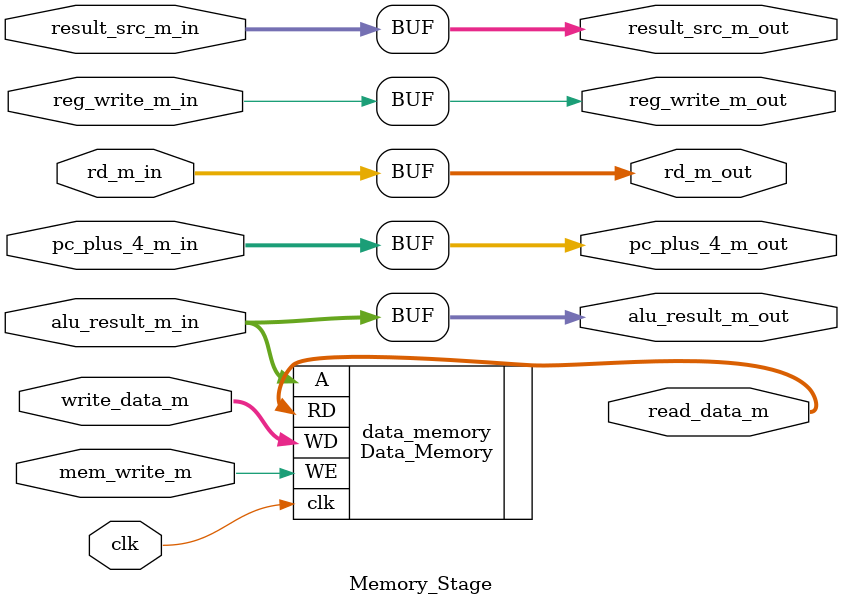
<source format=v>
module Memory_Stage(
	
	  //Input Ports
    input 	wire 			clk					,			
    input	wire 			reg_write_m_in		,
    input 	wire 			mem_write_m			, 
    input 	wire 	[1:0]	result_src_m_in		,
    input 	wire 	[4:0] 	rd_m_in				,
    input 	wire	[31:0] 	alu_result_m_in		, 
    input 	wire	[31:0] 	write_data_m		, 
    input 	wire	[31:0] 	pc_plus_4_m_in		,

    //output ports
    output 	wire 			reg_write_m_out		,
    output 	wire 	[1:0] 	result_src_m_out	,
    output 	wire 	[4:0] 	rd_m_out			,
    output 	wire 	[31:0] 	alu_result_m_out	,
    output 	wire 	[31:0] 	read_data_m			, 
    output 	wire 	[31:0] 	pc_plus_4_m_out
	
);
    //Blocks Instantiation
    Data_Memory data_memory (
        .clk	(clk			),
        .WE		(mem_write_m		),
        .A		(alu_result_m_in	),
        .WD		(write_data_m		),
        .RD		(read_data_m		)
);
    
    assign reg_write_m_out = reg_write_m_in;
    assign result_src_m_out = result_src_m_in;
    assign alu_result_m_out = alu_result_m_in;
    assign rd_m_out = rd_m_in;
    assign pc_plus_4_m_out = pc_plus_4_m_in;

endmodule 
</source>
